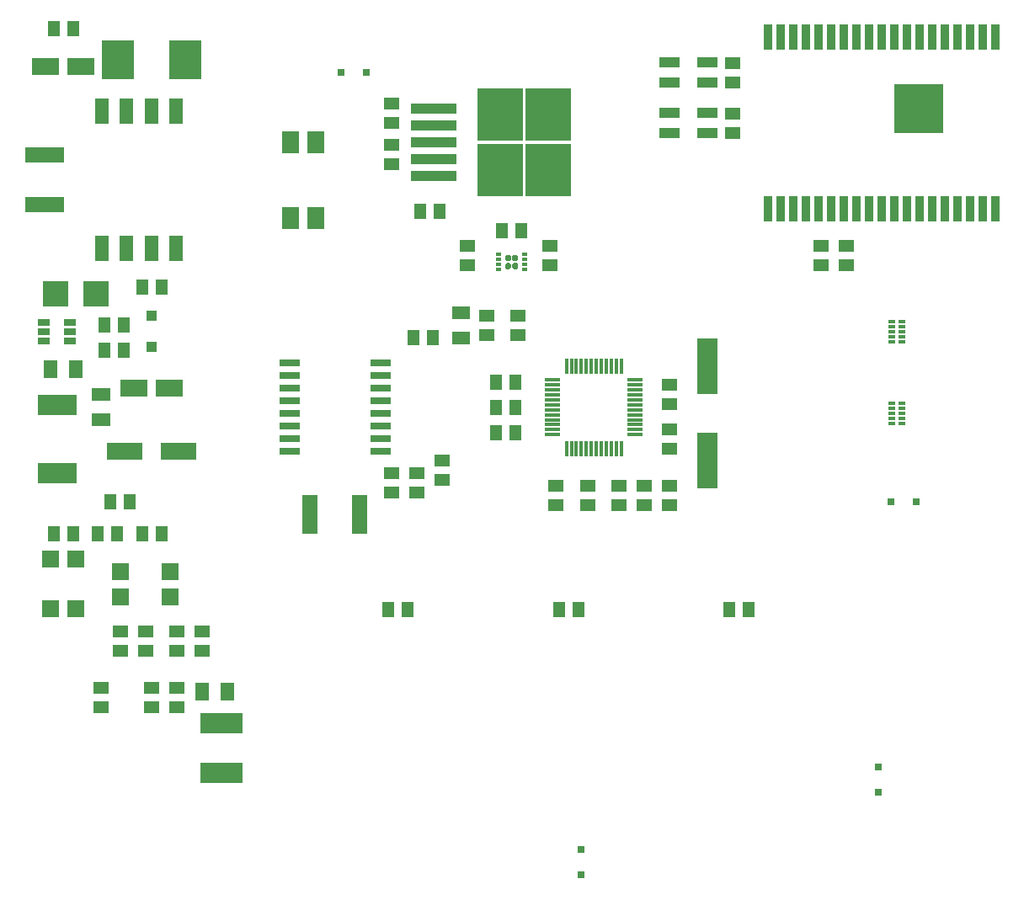
<source format=gtp>
G04 #@! TF.GenerationSoftware,KiCad,Pcbnew,(5.1.6)-1*
G04 #@! TF.CreationDate,2021-04-11T16:08:57+02:00*
G04 #@! TF.ProjectId,wall-sensor-of-room-temperature,77616c6c-2d73-4656-9e73-6f722d6f662d,rev?*
G04 #@! TF.SameCoordinates,Original*
G04 #@! TF.FileFunction,Paste,Top*
G04 #@! TF.FilePolarity,Positive*
%FSLAX46Y46*%
G04 Gerber Fmt 4.6, Leading zero omitted, Abs format (unit mm)*
G04 Created by KiCad (PCBNEW (5.1.6)-1) date 2021-04-11 16:08:57*
%MOMM*%
%LPD*%
G01*
G04 APERTURE LIST*
%ADD10R,0.600000X0.310000*%
%ADD11R,4.600000X1.100000*%
%ADD12R,4.550000X5.250000*%
%ADD13R,0.800000X0.300000*%
%ADD14R,2.700000X1.800000*%
%ADD15R,3.600000X1.800000*%
%ADD16R,4.000000X2.000000*%
%ADD17R,1.200000X0.700000*%
%ADD18R,2.000000X0.800000*%
%ADD19R,1.500000X0.300000*%
%ADD20R,0.300000X1.500000*%
%ADD21R,1.400000X2.500000*%
%ADD22R,5.000000X5.000000*%
%ADD23R,0.900000X2.500000*%
%ADD24R,2.100000X5.600000*%
%ADD25R,2.000000X1.000000*%
%ADD26R,0.800000X0.800000*%
%ADD27R,1.500000X1.300000*%
%ADD28R,1.780000X2.200000*%
%ADD29R,1.300000X1.500000*%
%ADD30C,0.150000*%
%ADD31R,4.200000X2.000000*%
%ADD32R,3.300000X4.000000*%
%ADD33R,2.500000X2.500000*%
%ADD34R,1.100000X1.100000*%
%ADD35R,1.800000X1.800000*%
%ADD36R,1.600000X4.000000*%
%ADD37R,4.000000X1.600000*%
G04 APERTURE END LIST*
G36*
G01*
X88195000Y-94035000D02*
X88195000Y-94395000D01*
G75*
G02*
X88055000Y-94535000I-140000J0D01*
G01*
X87775000Y-94535000D01*
G75*
G02*
X87635000Y-94395000I0J140000D01*
G01*
X87635000Y-94035000D01*
G75*
G02*
X87775000Y-93895000I140000J0D01*
G01*
X88055000Y-93895000D01*
G75*
G02*
X88195000Y-94035000I0J-140000D01*
G01*
G37*
D10*
X86977500Y-94365000D03*
X89552500Y-95365000D03*
G36*
G01*
X88895000Y-94835000D02*
X88895000Y-95195000D01*
G75*
G02*
X88755000Y-95335000I-140000J0D01*
G01*
X88475000Y-95335000D01*
G75*
G02*
X88335000Y-95195000I0J140000D01*
G01*
X88335000Y-94835000D01*
G75*
G02*
X88475000Y-94695000I140000J0D01*
G01*
X88755000Y-94695000D01*
G75*
G02*
X88895000Y-94835000I0J-140000D01*
G01*
G37*
X86977500Y-95365000D03*
X86977500Y-94865000D03*
X89552500Y-93865000D03*
X89552500Y-94365000D03*
G36*
G01*
X88895000Y-94035000D02*
X88895000Y-94395000D01*
G75*
G02*
X88755000Y-94535000I-140000J0D01*
G01*
X88475000Y-94535000D01*
G75*
G02*
X88335000Y-94395000I0J140000D01*
G01*
X88335000Y-94035000D01*
G75*
G02*
X88475000Y-93895000I140000J0D01*
G01*
X88755000Y-93895000D01*
G75*
G02*
X88895000Y-94035000I0J-140000D01*
G01*
G37*
G36*
G01*
X88195000Y-94835000D02*
X88195000Y-95195000D01*
G75*
G02*
X88055000Y-95335000I-140000J0D01*
G01*
X87775000Y-95335000D01*
G75*
G02*
X87635000Y-95195000I0J140000D01*
G01*
X87635000Y-94835000D01*
G75*
G02*
X87775000Y-94695000I140000J0D01*
G01*
X88055000Y-94695000D01*
G75*
G02*
X88195000Y-94835000I0J-140000D01*
G01*
G37*
X89552500Y-94865000D03*
X86977500Y-93865000D03*
D11*
X80385000Y-80850000D03*
X80385000Y-85950000D03*
X80385000Y-84250000D03*
X80385000Y-79150000D03*
D12*
X87110000Y-85325000D03*
X87110000Y-79775000D03*
D11*
X80385000Y-82550000D03*
D12*
X91960000Y-79775000D03*
X91960000Y-85325000D03*
D13*
X126460000Y-110355000D03*
X126460000Y-108855000D03*
X127540000Y-110855000D03*
X127540000Y-110355000D03*
X126460000Y-109855000D03*
X126460000Y-109355000D03*
X126460000Y-110855000D03*
X127540000Y-109855000D03*
X127540000Y-109355000D03*
X127540000Y-108855000D03*
X126460000Y-102100000D03*
X126460000Y-100600000D03*
X127540000Y-102600000D03*
X127540000Y-102100000D03*
X126460000Y-101600000D03*
X126460000Y-101100000D03*
X126460000Y-102600000D03*
X127540000Y-101600000D03*
X127540000Y-101100000D03*
X127540000Y-100600000D03*
D14*
X44980000Y-74930000D03*
X41380000Y-74930000D03*
X50270000Y-107315000D03*
X53870000Y-107315000D03*
D15*
X54770000Y-113665000D03*
X49370000Y-113665000D03*
D16*
X42545000Y-108945000D03*
X42545000Y-115845000D03*
D17*
X41245000Y-100650000D03*
X41245000Y-102550000D03*
X43845000Y-101600000D03*
X43845000Y-100650000D03*
X41245000Y-101600000D03*
X43845000Y-102550000D03*
D18*
X75057000Y-112395000D03*
X75057000Y-108585000D03*
X75057000Y-107315000D03*
X75057000Y-104775000D03*
X75057000Y-109855000D03*
X65913000Y-111125000D03*
X65913000Y-107315000D03*
X65913000Y-112395000D03*
X65913000Y-109855000D03*
X65913000Y-104775000D03*
X65913000Y-108585000D03*
X65913000Y-113665000D03*
X75057000Y-111125000D03*
X75057000Y-106045000D03*
X65913000Y-106045000D03*
X75057000Y-113665000D03*
D19*
X92357500Y-106970000D03*
X92357500Y-109470000D03*
D20*
X93770000Y-113382500D03*
D19*
X92357500Y-107470000D03*
D20*
X94770000Y-113382500D03*
D19*
X92357500Y-110470000D03*
X92357500Y-110970000D03*
D20*
X95270000Y-113382500D03*
D19*
X92357500Y-106470000D03*
X92357500Y-109970000D03*
X92357500Y-108970000D03*
X92357500Y-111970000D03*
X92357500Y-111470000D03*
D20*
X95770000Y-113382500D03*
D19*
X92357500Y-107970000D03*
X92357500Y-108470000D03*
D20*
X94270000Y-113382500D03*
X96770000Y-113382500D03*
X97270000Y-113382500D03*
X98270000Y-105057500D03*
D19*
X100682500Y-110970000D03*
X100682500Y-106470000D03*
D20*
X99270000Y-113382500D03*
D19*
X100682500Y-107970000D03*
D20*
X96270000Y-105057500D03*
D19*
X100682500Y-107470000D03*
D20*
X97770000Y-113382500D03*
D19*
X100682500Y-109970000D03*
D20*
X94270000Y-105057500D03*
X98770000Y-105057500D03*
X98270000Y-113382500D03*
X97270000Y-105057500D03*
X99270000Y-105057500D03*
X95270000Y-105057500D03*
X96270000Y-113382500D03*
D19*
X100682500Y-110470000D03*
X100682500Y-106970000D03*
D20*
X95770000Y-105057500D03*
D19*
X100682500Y-111470000D03*
D20*
X97770000Y-105057500D03*
D19*
X100682500Y-109470000D03*
D20*
X98770000Y-113382500D03*
D19*
X100682500Y-111970000D03*
X100682500Y-108470000D03*
D20*
X96770000Y-105057500D03*
X94770000Y-105057500D03*
X93770000Y-105057500D03*
D19*
X100682500Y-108970000D03*
D21*
X54550000Y-79470000D03*
X52050000Y-79470000D03*
X49550000Y-79470000D03*
X47050000Y-79470000D03*
X47050000Y-93250000D03*
X54550000Y-93250000D03*
X52050000Y-93250000D03*
X49550000Y-93250000D03*
D22*
X129175000Y-79145000D03*
D23*
X136870000Y-89270000D03*
X135600000Y-89270000D03*
X134330000Y-89270000D03*
X121630000Y-72020000D03*
X131790000Y-72020000D03*
X127980000Y-89270000D03*
X124170000Y-72020000D03*
X127980000Y-72020000D03*
X133060000Y-72020000D03*
X135600000Y-72020000D03*
X130520000Y-89270000D03*
X122900000Y-72020000D03*
X134330000Y-72020000D03*
X114010000Y-89281000D03*
X120360000Y-72020000D03*
X126710000Y-72020000D03*
X121630000Y-89270000D03*
X120360000Y-89281000D03*
X126710000Y-89270000D03*
X129250000Y-72020000D03*
X116550000Y-89281000D03*
X122900000Y-89270000D03*
X133060000Y-89270000D03*
X117820000Y-89270000D03*
X124170000Y-89270000D03*
X129250000Y-89270000D03*
X131790000Y-89270000D03*
X125440000Y-89270000D03*
X125440000Y-72020000D03*
X130520000Y-72020000D03*
X115280000Y-89281000D03*
X119090000Y-89270000D03*
X115280000Y-72009000D03*
X136870000Y-72020000D03*
X114010000Y-72009000D03*
X117820000Y-72020000D03*
X116550000Y-72009000D03*
X119090000Y-72020000D03*
D24*
X107950000Y-114605000D03*
X107950000Y-105105000D03*
D25*
X104170000Y-79645000D03*
X104170000Y-81645000D03*
X107920000Y-79645000D03*
X107920000Y-81645000D03*
X104170000Y-74565000D03*
X104170000Y-76565000D03*
X107920000Y-74565000D03*
X107920000Y-76565000D03*
D26*
X95250000Y-156210000D03*
X95250000Y-153670000D03*
D27*
X119380000Y-93010000D03*
X119380000Y-94950000D03*
X46990000Y-139400000D03*
X46990000Y-137460000D03*
D28*
X68580000Y-90170000D03*
X66040000Y-82550000D03*
X66040000Y-90170000D03*
X68580000Y-82550000D03*
D29*
X75865000Y-129540000D03*
X77805000Y-129540000D03*
X93010000Y-129540000D03*
X94950000Y-129540000D03*
X110155000Y-129540000D03*
X112095000Y-129540000D03*
D27*
X121920000Y-94950000D03*
X121920000Y-93010000D03*
X54610000Y-137460000D03*
X54610000Y-139400000D03*
X51435000Y-131745000D03*
X51435000Y-133685000D03*
D30*
G36*
X43800000Y-106310000D02*
G01*
X43800000Y-104510000D01*
X45100000Y-104510000D01*
X45100000Y-106310000D01*
X43800000Y-106310000D01*
G37*
G36*
X41260000Y-106310000D02*
G01*
X41260000Y-104510000D01*
X42560000Y-104510000D01*
X42560000Y-106310000D01*
X41260000Y-106310000D01*
G37*
D29*
X51100000Y-97155000D03*
X53040000Y-97155000D03*
X49230000Y-103505000D03*
X47290000Y-103505000D03*
D27*
X54610000Y-131745000D03*
X54610000Y-133685000D03*
X78740000Y-117810000D03*
X78740000Y-115870000D03*
D30*
G36*
X84085000Y-100345000D02*
G01*
X82285000Y-100345000D01*
X82285000Y-99045000D01*
X84085000Y-99045000D01*
X84085000Y-100345000D01*
G37*
G36*
X84085000Y-102885000D02*
G01*
X82285000Y-102885000D01*
X82285000Y-101585000D01*
X84085000Y-101585000D01*
X84085000Y-102885000D01*
G37*
D27*
X81280000Y-116540000D03*
X81280000Y-114600000D03*
X104140000Y-106980000D03*
X104140000Y-108920000D03*
X85725000Y-99995000D03*
X85725000Y-101935000D03*
D29*
X51100000Y-121920000D03*
X53040000Y-121920000D03*
X44150000Y-121920000D03*
X42210000Y-121920000D03*
D31*
X59055000Y-146010000D03*
X59055000Y-141010000D03*
D26*
X126365000Y-118745000D03*
X128905000Y-118745000D03*
X125095000Y-145415000D03*
X125095000Y-147955000D03*
D32*
X48670000Y-74295000D03*
X55470000Y-74295000D03*
D33*
X42450000Y-97790000D03*
X46450000Y-97790000D03*
D34*
X52070000Y-100025000D03*
X52070000Y-103175000D03*
D26*
X73660000Y-75565000D03*
X71120000Y-75565000D03*
D35*
X44450000Y-124500000D03*
X41910000Y-129500000D03*
X41910000Y-124500000D03*
X44450000Y-129500000D03*
X48935000Y-125730000D03*
X53935000Y-128270000D03*
X48935000Y-128270000D03*
X53935000Y-125730000D03*
D27*
X110490000Y-81615000D03*
X110490000Y-79675000D03*
X110490000Y-76535000D03*
X110490000Y-74595000D03*
D29*
X42210000Y-71120000D03*
X44150000Y-71120000D03*
D36*
X67985000Y-120015000D03*
X72985000Y-120015000D03*
D27*
X88900000Y-101935000D03*
X88900000Y-99995000D03*
X52070000Y-139400000D03*
X52070000Y-137460000D03*
D37*
X41275000Y-88860000D03*
X41275000Y-83860000D03*
D27*
X95885000Y-117140000D03*
X95885000Y-119080000D03*
D29*
X88600000Y-106680000D03*
X86660000Y-106680000D03*
D30*
G36*
X59040000Y-138695000D02*
G01*
X59040000Y-136895000D01*
X60340000Y-136895000D01*
X60340000Y-138695000D01*
X59040000Y-138695000D01*
G37*
G36*
X56500000Y-138695000D02*
G01*
X56500000Y-136895000D01*
X57800000Y-136895000D01*
X57800000Y-138695000D01*
X56500000Y-138695000D01*
G37*
D29*
X88600000Y-111760000D03*
X86660000Y-111760000D03*
D27*
X48895000Y-131745000D03*
X48895000Y-133685000D03*
D29*
X49230000Y-100965000D03*
X47290000Y-100965000D03*
X88600000Y-109220000D03*
X86660000Y-109220000D03*
D27*
X57150000Y-131745000D03*
X57150000Y-133685000D03*
X99060000Y-117140000D03*
X99060000Y-119080000D03*
D30*
G36*
X46090000Y-109840000D02*
G01*
X47890000Y-109840000D01*
X47890000Y-111140000D01*
X46090000Y-111140000D01*
X46090000Y-109840000D01*
G37*
G36*
X46090000Y-107300000D02*
G01*
X47890000Y-107300000D01*
X47890000Y-108600000D01*
X46090000Y-108600000D01*
X46090000Y-107300000D01*
G37*
D27*
X92710000Y-117140000D03*
X92710000Y-119080000D03*
X92075000Y-94950000D03*
X92075000Y-93010000D03*
X76200000Y-84790000D03*
X76200000Y-82850000D03*
D29*
X79040000Y-89535000D03*
X80980000Y-89535000D03*
X87295000Y-91440000D03*
X89235000Y-91440000D03*
D27*
X83820000Y-94950000D03*
X83820000Y-93010000D03*
X76200000Y-78705000D03*
X76200000Y-80645000D03*
X104140000Y-117140000D03*
X104140000Y-119080000D03*
X76200000Y-115870000D03*
X76200000Y-117810000D03*
D29*
X47925000Y-118745000D03*
X49865000Y-118745000D03*
D27*
X101600000Y-117140000D03*
X101600000Y-119080000D03*
D29*
X78405000Y-102235000D03*
X80345000Y-102235000D03*
D27*
X104140000Y-111425000D03*
X104140000Y-113365000D03*
D29*
X46655000Y-121920000D03*
X48595000Y-121920000D03*
M02*

</source>
